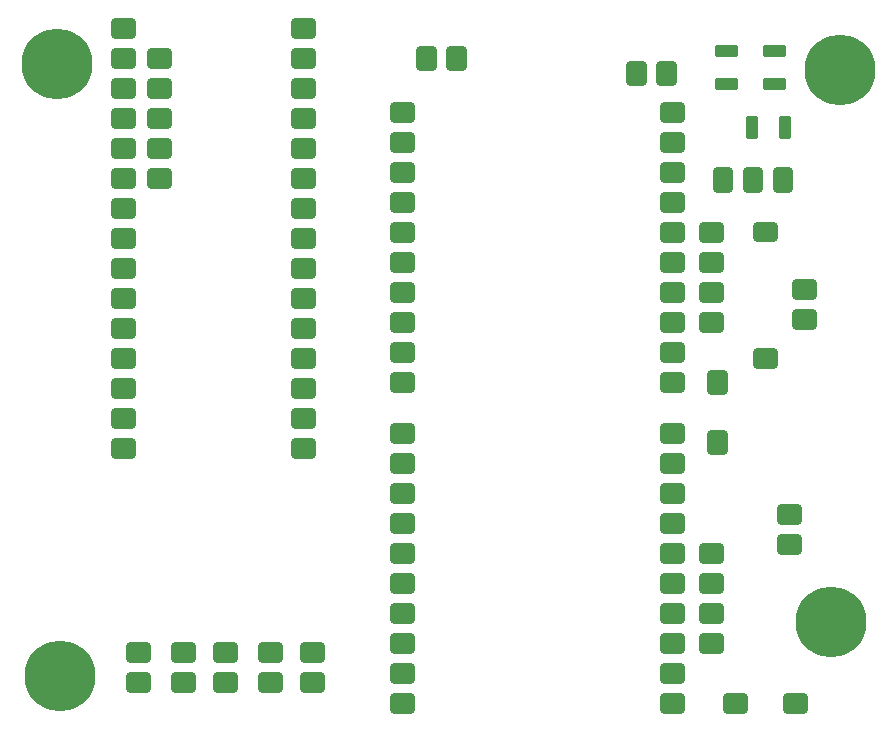
<source format=gbr>
G04 Generated by Ultiboard 14.2 *
%FSLAX25Y25*%
%MOIN*%

%ADD10C,0.00001*%
%ADD11R,0.05512X0.03937*%
%ADD12C,0.03150*%
%ADD13R,0.03937X0.05512*%
%ADD14R,0.02251X0.05834*%
%ADD15C,0.01666*%
%ADD16R,0.05834X0.02251*%
%ADD17C,0.23622*%


G04 ColorRGB FF00CC for the following layer *
%LNSolder Mask Top*%
%LPD*%
G54D10*
G54D11*
X114000Y117000D03*
X204000Y117000D03*
X114000Y127000D03*
X204000Y127000D03*
X114000Y137000D03*
X204000Y137000D03*
X114000Y147000D03*
X204000Y147000D03*
X114000Y157000D03*
X204000Y157000D03*
X114000Y167000D03*
X204000Y167000D03*
X114000Y177000D03*
X204000Y177000D03*
X114000Y187000D03*
X204000Y187000D03*
X114000Y197000D03*
X204000Y197000D03*
X114000Y207000D03*
X204000Y207000D03*
X21000Y95000D03*
X81000Y95000D03*
X21000Y105000D03*
X81000Y105000D03*
X21000Y115000D03*
X81000Y115000D03*
X21000Y125000D03*
X81000Y125000D03*
X21000Y135000D03*
X81000Y135000D03*
X21000Y145000D03*
X81000Y145000D03*
X21000Y155000D03*
X81000Y155000D03*
X21000Y165000D03*
X81000Y165000D03*
X21000Y175000D03*
X81000Y175000D03*
X21000Y185000D03*
X81000Y185000D03*
X21000Y195000D03*
X81000Y195000D03*
X21000Y205000D03*
X81000Y205000D03*
X21000Y215000D03*
X81000Y215000D03*
X21000Y225000D03*
X81000Y225000D03*
X21000Y235000D03*
X81000Y235000D03*
X114000Y50000D03*
X114000Y60000D03*
X114000Y70000D03*
X114000Y80000D03*
X114000Y90000D03*
X114000Y100000D03*
X204000Y70000D03*
X204000Y80000D03*
X204000Y90000D03*
X204000Y100000D03*
X204000Y10000D03*
X204000Y20000D03*
X204000Y60000D03*
X204000Y50000D03*
X204000Y40000D03*
X204000Y30000D03*
X114000Y40000D03*
X114000Y30000D03*
X114000Y20000D03*
X114000Y10000D03*
X41000Y27000D03*
X41000Y17000D03*
X55000Y27000D03*
X55000Y17000D03*
X70000Y27000D03*
X70000Y17000D03*
X84000Y27000D03*
X84000Y17000D03*
X33000Y185000D03*
X33000Y195000D03*
X33000Y205000D03*
X33000Y215000D03*
X33000Y225000D03*
X243000Y63000D03*
X243000Y73000D03*
X217000Y40000D03*
X217000Y50000D03*
X217000Y60000D03*
X217000Y30000D03*
X225000Y10000D03*
X245000Y10000D03*
X217000Y137000D03*
X217000Y147000D03*
X217000Y157000D03*
X217000Y167000D03*
X248000Y138000D03*
X248000Y148000D03*
X235000Y125000D03*
X235000Y167126D03*
X26000Y27000D03*
X26000Y17000D03*
G54D12*
X111244Y115032D02*
X116756Y115032D01*
X116756Y118968D01*
X111244Y118968D01*
X111244Y115032D01*D02*
X201244Y115032D02*
X206756Y115032D01*
X206756Y118968D01*
X201244Y118968D01*
X201244Y115032D01*D02*
X111244Y125032D02*
X116756Y125032D01*
X116756Y128968D01*
X111244Y128968D01*
X111244Y125032D01*D02*
X201244Y125032D02*
X206756Y125032D01*
X206756Y128968D01*
X201244Y128968D01*
X201244Y125032D01*D02*
X111244Y135032D02*
X116756Y135032D01*
X116756Y138968D01*
X111244Y138968D01*
X111244Y135032D01*D02*
X201244Y135032D02*
X206756Y135032D01*
X206756Y138968D01*
X201244Y138968D01*
X201244Y135032D01*D02*
X111244Y145032D02*
X116756Y145032D01*
X116756Y148968D01*
X111244Y148968D01*
X111244Y145032D01*D02*
X201244Y145032D02*
X206756Y145032D01*
X206756Y148968D01*
X201244Y148968D01*
X201244Y145032D01*D02*
X111244Y155032D02*
X116756Y155032D01*
X116756Y158968D01*
X111244Y158968D01*
X111244Y155032D01*D02*
X201244Y155032D02*
X206756Y155032D01*
X206756Y158968D01*
X201244Y158968D01*
X201244Y155032D01*D02*
X111244Y165032D02*
X116756Y165032D01*
X116756Y168968D01*
X111244Y168968D01*
X111244Y165032D01*D02*
X201244Y165032D02*
X206756Y165032D01*
X206756Y168968D01*
X201244Y168968D01*
X201244Y165032D01*D02*
X111244Y175032D02*
X116756Y175032D01*
X116756Y178968D01*
X111244Y178968D01*
X111244Y175032D01*D02*
X201244Y175032D02*
X206756Y175032D01*
X206756Y178968D01*
X201244Y178968D01*
X201244Y175032D01*D02*
X111244Y185032D02*
X116756Y185032D01*
X116756Y188968D01*
X111244Y188968D01*
X111244Y185032D01*D02*
X201244Y185032D02*
X206756Y185032D01*
X206756Y188968D01*
X201244Y188968D01*
X201244Y185032D01*D02*
X111244Y195032D02*
X116756Y195032D01*
X116756Y198968D01*
X111244Y198968D01*
X111244Y195032D01*D02*
X201244Y195032D02*
X206756Y195032D01*
X206756Y198968D01*
X201244Y198968D01*
X201244Y195032D01*D02*
X111244Y205032D02*
X116756Y205032D01*
X116756Y208968D01*
X111244Y208968D01*
X111244Y205032D01*D02*
X201244Y205032D02*
X206756Y205032D01*
X206756Y208968D01*
X201244Y208968D01*
X201244Y205032D01*D02*
X18244Y93032D02*
X23756Y93032D01*
X23756Y96968D01*
X18244Y96968D01*
X18244Y93032D01*D02*
X78244Y93032D02*
X83756Y93032D01*
X83756Y96968D01*
X78244Y96968D01*
X78244Y93032D01*D02*
X18244Y103032D02*
X23756Y103032D01*
X23756Y106968D01*
X18244Y106968D01*
X18244Y103032D01*D02*
X78244Y103032D02*
X83756Y103032D01*
X83756Y106968D01*
X78244Y106968D01*
X78244Y103032D01*D02*
X18244Y113032D02*
X23756Y113032D01*
X23756Y116968D01*
X18244Y116968D01*
X18244Y113032D01*D02*
X78244Y113032D02*
X83756Y113032D01*
X83756Y116968D01*
X78244Y116968D01*
X78244Y113032D01*D02*
X18244Y123032D02*
X23756Y123032D01*
X23756Y126968D01*
X18244Y126968D01*
X18244Y123032D01*D02*
X78244Y123032D02*
X83756Y123032D01*
X83756Y126968D01*
X78244Y126968D01*
X78244Y123032D01*D02*
X18244Y133032D02*
X23756Y133032D01*
X23756Y136968D01*
X18244Y136968D01*
X18244Y133032D01*D02*
X78244Y133032D02*
X83756Y133032D01*
X83756Y136968D01*
X78244Y136968D01*
X78244Y133032D01*D02*
X18244Y143032D02*
X23756Y143032D01*
X23756Y146968D01*
X18244Y146968D01*
X18244Y143032D01*D02*
X78244Y143032D02*
X83756Y143032D01*
X83756Y146968D01*
X78244Y146968D01*
X78244Y143032D01*D02*
X18244Y153032D02*
X23756Y153032D01*
X23756Y156968D01*
X18244Y156968D01*
X18244Y153032D01*D02*
X78244Y153032D02*
X83756Y153032D01*
X83756Y156968D01*
X78244Y156968D01*
X78244Y153032D01*D02*
X18244Y163032D02*
X23756Y163032D01*
X23756Y166968D01*
X18244Y166968D01*
X18244Y163032D01*D02*
X78244Y163032D02*
X83756Y163032D01*
X83756Y166968D01*
X78244Y166968D01*
X78244Y163032D01*D02*
X18244Y173032D02*
X23756Y173032D01*
X23756Y176968D01*
X18244Y176968D01*
X18244Y173032D01*D02*
X78244Y173032D02*
X83756Y173032D01*
X83756Y176968D01*
X78244Y176968D01*
X78244Y173032D01*D02*
X18244Y183032D02*
X23756Y183032D01*
X23756Y186968D01*
X18244Y186968D01*
X18244Y183032D01*D02*
X78244Y183032D02*
X83756Y183032D01*
X83756Y186968D01*
X78244Y186968D01*
X78244Y183032D01*D02*
X18244Y193032D02*
X23756Y193032D01*
X23756Y196968D01*
X18244Y196968D01*
X18244Y193032D01*D02*
X78244Y193032D02*
X83756Y193032D01*
X83756Y196968D01*
X78244Y196968D01*
X78244Y193032D01*D02*
X18244Y203032D02*
X23756Y203032D01*
X23756Y206968D01*
X18244Y206968D01*
X18244Y203032D01*D02*
X78244Y203032D02*
X83756Y203032D01*
X83756Y206968D01*
X78244Y206968D01*
X78244Y203032D01*D02*
X18244Y213032D02*
X23756Y213032D01*
X23756Y216968D01*
X18244Y216968D01*
X18244Y213032D01*D02*
X78244Y213032D02*
X83756Y213032D01*
X83756Y216968D01*
X78244Y216968D01*
X78244Y213032D01*D02*
X18244Y223032D02*
X23756Y223032D01*
X23756Y226968D01*
X18244Y226968D01*
X18244Y223032D01*D02*
X78244Y223032D02*
X83756Y223032D01*
X83756Y226968D01*
X78244Y226968D01*
X78244Y223032D01*D02*
X18244Y233032D02*
X23756Y233032D01*
X23756Y236968D01*
X18244Y236968D01*
X18244Y233032D01*D02*
X78244Y233032D02*
X83756Y233032D01*
X83756Y236968D01*
X78244Y236968D01*
X78244Y233032D01*D02*
X111244Y48032D02*
X116756Y48032D01*
X116756Y51968D01*
X111244Y51968D01*
X111244Y48032D01*D02*
X111244Y58032D02*
X116756Y58032D01*
X116756Y61968D01*
X111244Y61968D01*
X111244Y58032D01*D02*
X111244Y68032D02*
X116756Y68032D01*
X116756Y71968D01*
X111244Y71968D01*
X111244Y68032D01*D02*
X111244Y78032D02*
X116756Y78032D01*
X116756Y81968D01*
X111244Y81968D01*
X111244Y78032D01*D02*
X111244Y88032D02*
X116756Y88032D01*
X116756Y91968D01*
X111244Y91968D01*
X111244Y88032D01*D02*
X111244Y98032D02*
X116756Y98032D01*
X116756Y101968D01*
X111244Y101968D01*
X111244Y98032D01*D02*
X201244Y68032D02*
X206756Y68032D01*
X206756Y71968D01*
X201244Y71968D01*
X201244Y68032D01*D02*
X201244Y78032D02*
X206756Y78032D01*
X206756Y81968D01*
X201244Y81968D01*
X201244Y78032D01*D02*
X201244Y88032D02*
X206756Y88032D01*
X206756Y91968D01*
X201244Y91968D01*
X201244Y88032D01*D02*
X201244Y98032D02*
X206756Y98032D01*
X206756Y101968D01*
X201244Y101968D01*
X201244Y98032D01*D02*
X201244Y8032D02*
X206756Y8032D01*
X206756Y11968D01*
X201244Y11968D01*
X201244Y8032D01*D02*
X201244Y18032D02*
X206756Y18032D01*
X206756Y21968D01*
X201244Y21968D01*
X201244Y18032D01*D02*
X201244Y58032D02*
X206756Y58032D01*
X206756Y61968D01*
X201244Y61968D01*
X201244Y58032D01*D02*
X201244Y48032D02*
X206756Y48032D01*
X206756Y51968D01*
X201244Y51968D01*
X201244Y48032D01*D02*
X201244Y38032D02*
X206756Y38032D01*
X206756Y41968D01*
X201244Y41968D01*
X201244Y38032D01*D02*
X201244Y28032D02*
X206756Y28032D01*
X206756Y31968D01*
X201244Y31968D01*
X201244Y28032D01*D02*
X111244Y38032D02*
X116756Y38032D01*
X116756Y41968D01*
X111244Y41968D01*
X111244Y38032D01*D02*
X111244Y28032D02*
X116756Y28032D01*
X116756Y31968D01*
X111244Y31968D01*
X111244Y28032D01*D02*
X111244Y18032D02*
X116756Y18032D01*
X116756Y21968D01*
X111244Y21968D01*
X111244Y18032D01*D02*
X111244Y8032D02*
X116756Y8032D01*
X116756Y11968D01*
X111244Y11968D01*
X111244Y8032D01*D02*
X130032Y222244D02*
X133968Y222244D01*
X133968Y227756D01*
X130032Y227756D01*
X130032Y222244D01*D02*
X120032Y222244D02*
X123968Y222244D01*
X123968Y227756D01*
X120032Y227756D01*
X120032Y222244D01*D02*
X38244Y25032D02*
X43756Y25032D01*
X43756Y28968D01*
X38244Y28968D01*
X38244Y25032D01*D02*
X38244Y15032D02*
X43756Y15032D01*
X43756Y18968D01*
X38244Y18968D01*
X38244Y15032D01*D02*
X52244Y25032D02*
X57756Y25032D01*
X57756Y28968D01*
X52244Y28968D01*
X52244Y25032D01*D02*
X52244Y15032D02*
X57756Y15032D01*
X57756Y18968D01*
X52244Y18968D01*
X52244Y15032D01*D02*
X67244Y25032D02*
X72756Y25032D01*
X72756Y28968D01*
X67244Y28968D01*
X67244Y25032D01*D02*
X67244Y15032D02*
X72756Y15032D01*
X72756Y18968D01*
X67244Y18968D01*
X67244Y15032D01*D02*
X81244Y25032D02*
X86756Y25032D01*
X86756Y28968D01*
X81244Y28968D01*
X81244Y25032D01*D02*
X81244Y15032D02*
X86756Y15032D01*
X86756Y18968D01*
X81244Y18968D01*
X81244Y15032D01*D02*
X30244Y183032D02*
X35756Y183032D01*
X35756Y186968D01*
X30244Y186968D01*
X30244Y183032D01*D02*
X30244Y193032D02*
X35756Y193032D01*
X35756Y196968D01*
X30244Y196968D01*
X30244Y193032D01*D02*
X30244Y203032D02*
X35756Y203032D01*
X35756Y206968D01*
X30244Y206968D01*
X30244Y203032D01*D02*
X30244Y213032D02*
X35756Y213032D01*
X35756Y216968D01*
X30244Y216968D01*
X30244Y213032D01*D02*
X30244Y223032D02*
X35756Y223032D01*
X35756Y226968D01*
X30244Y226968D01*
X30244Y223032D01*D02*
X200032Y217244D02*
X203968Y217244D01*
X203968Y222756D01*
X200032Y222756D01*
X200032Y217244D01*D02*
X190032Y217244D02*
X193968Y217244D01*
X193968Y222756D01*
X190032Y222756D01*
X190032Y217244D01*D02*
X240244Y61032D02*
X245756Y61032D01*
X245756Y64968D01*
X240244Y64968D01*
X240244Y61032D01*D02*
X240244Y71032D02*
X245756Y71032D01*
X245756Y74968D01*
X240244Y74968D01*
X240244Y71032D01*D02*
X214244Y38032D02*
X219756Y38032D01*
X219756Y41968D01*
X214244Y41968D01*
X214244Y38032D01*D02*
X214244Y48032D02*
X219756Y48032D01*
X219756Y51968D01*
X214244Y51968D01*
X214244Y48032D01*D02*
X214244Y58032D02*
X219756Y58032D01*
X219756Y61968D01*
X214244Y61968D01*
X214244Y58032D01*D02*
X214244Y28032D02*
X219756Y28032D01*
X219756Y31968D01*
X214244Y31968D01*
X214244Y28032D01*D02*
X222244Y8032D02*
X227756Y8032D01*
X227756Y11968D01*
X222244Y11968D01*
X222244Y8032D01*D02*
X242244Y8032D02*
X247756Y8032D01*
X247756Y11968D01*
X242244Y11968D01*
X242244Y8032D01*D02*
X217032Y94244D02*
X220968Y94244D01*
X220968Y99756D01*
X217032Y99756D01*
X217032Y94244D01*D02*
X217032Y114244D02*
X220968Y114244D01*
X220968Y119756D01*
X217032Y119756D01*
X217032Y114244D01*D02*
X214244Y135032D02*
X219756Y135032D01*
X219756Y138968D01*
X214244Y138968D01*
X214244Y135032D01*D02*
X214244Y145032D02*
X219756Y145032D01*
X219756Y148968D01*
X214244Y148968D01*
X214244Y145032D01*D02*
X214244Y155032D02*
X219756Y155032D01*
X219756Y158968D01*
X214244Y158968D01*
X214244Y155032D01*D02*
X214244Y165032D02*
X219756Y165032D01*
X219756Y168968D01*
X214244Y168968D01*
X214244Y165032D01*D02*
X245244Y136032D02*
X250756Y136032D01*
X250756Y139968D01*
X245244Y139968D01*
X245244Y136032D01*D02*
X245244Y146032D02*
X250756Y146032D01*
X250756Y149968D01*
X245244Y149968D01*
X245244Y146032D01*D02*
X232244Y123032D02*
X237756Y123032D01*
X237756Y126968D01*
X232244Y126968D01*
X232244Y123032D01*D02*
X232244Y165158D02*
X237756Y165158D01*
X237756Y169094D01*
X232244Y169094D01*
X232244Y165158D01*D02*
X23244Y25032D02*
X28756Y25032D01*
X28756Y28968D01*
X23244Y28968D01*
X23244Y25032D01*D02*
X23244Y15032D02*
X28756Y15032D01*
X28756Y18968D01*
X23244Y18968D01*
X23244Y15032D01*D02*
X228914Y181788D02*
X232850Y181788D01*
X232850Y187300D01*
X228914Y187300D01*
X228914Y181788D01*D02*
X238914Y181788D02*
X242850Y181788D01*
X242850Y187300D01*
X238914Y187300D01*
X238914Y181788D01*D02*
X218914Y181788D02*
X222850Y181788D01*
X222850Y187300D01*
X218914Y187300D01*
X218914Y181788D01*D02*
G54D13*
X132000Y225000D03*
X122000Y225000D03*
X202000Y220000D03*
X192000Y220000D03*
X219000Y97000D03*
X219000Y117000D03*
X230882Y184544D03*
X240882Y184544D03*
X220882Y184544D03*
G54D14*
X230500Y202000D03*
X241500Y202000D03*
G54D15*
X229375Y199083D02*
X231625Y199083D01*
X231625Y204917D01*
X229375Y204917D01*
X229375Y199083D01*D02*
X240375Y199083D02*
X242625Y199083D01*
X242625Y204917D01*
X240375Y204917D01*
X240375Y199083D01*D02*
X219083Y226375D02*
X224917Y226375D01*
X224917Y228625D01*
X219083Y228625D01*
X219083Y226375D01*D02*
X219083Y215375D02*
X224917Y215375D01*
X224917Y217625D01*
X219083Y217625D01*
X219083Y215375D01*D02*
X235083Y215375D02*
X240917Y215375D01*
X240917Y217625D01*
X235083Y217625D01*
X235083Y215375D01*D02*
X235083Y226375D02*
X240917Y226375D01*
X240917Y228625D01*
X235083Y228625D01*
X235083Y226375D01*D02*
G54D16*
X222000Y227500D03*
X222000Y216500D03*
X238000Y216500D03*
X238000Y227500D03*
G54D17*
X-1000Y223000D03*
X257000Y37000D03*
X260000Y221000D03*
X0Y19000D03*

M02*

</source>
